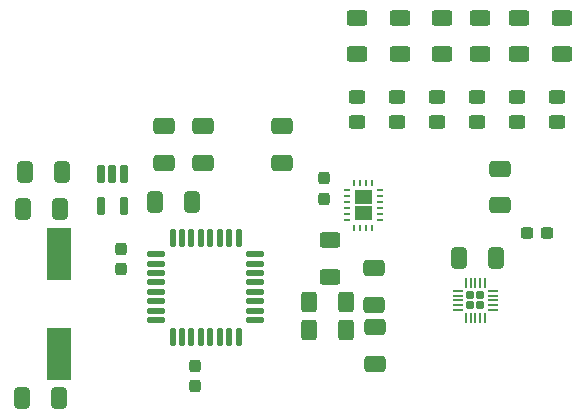
<source format=gbr>
%TF.GenerationSoftware,KiCad,Pcbnew,8.0.4*%
%TF.CreationDate,2024-12-03T19:18:34-08:00*%
%TF.ProjectId,USBC_UART_Dock_Prototype,55534243-5f55-4415-9254-5f446f636b5f,rev?*%
%TF.SameCoordinates,Original*%
%TF.FileFunction,Paste,Top*%
%TF.FilePolarity,Positive*%
%FSLAX46Y46*%
G04 Gerber Fmt 4.6, Leading zero omitted, Abs format (unit mm)*
G04 Created by KiCad (PCBNEW 8.0.4) date 2024-12-03 19:18:34*
%MOMM*%
%LPD*%
G01*
G04 APERTURE LIST*
G04 Aperture macros list*
%AMRoundRect*
0 Rectangle with rounded corners*
0 $1 Rounding radius*
0 $2 $3 $4 $5 $6 $7 $8 $9 X,Y pos of 4 corners*
0 Add a 4 corners polygon primitive as box body*
4,1,4,$2,$3,$4,$5,$6,$7,$8,$9,$2,$3,0*
0 Add four circle primitives for the rounded corners*
1,1,$1+$1,$2,$3*
1,1,$1+$1,$4,$5*
1,1,$1+$1,$6,$7*
1,1,$1+$1,$8,$9*
0 Add four rect primitives between the rounded corners*
20,1,$1+$1,$2,$3,$4,$5,0*
20,1,$1+$1,$4,$5,$6,$7,0*
20,1,$1+$1,$6,$7,$8,$9,0*
20,1,$1+$1,$8,$9,$2,$3,0*%
G04 Aperture macros list end*
%ADD10C,0.000000*%
%ADD11RoundRect,0.250000X-0.625000X0.400000X-0.625000X-0.400000X0.625000X-0.400000X0.625000X0.400000X0*%
%ADD12RoundRect,0.162500X-0.162500X0.617500X-0.162500X-0.617500X0.162500X-0.617500X0.162500X0.617500X0*%
%ADD13RoundRect,0.250000X-0.412500X-0.650000X0.412500X-0.650000X0.412500X0.650000X-0.412500X0.650000X0*%
%ADD14RoundRect,0.250000X0.650000X-0.412500X0.650000X0.412500X-0.650000X0.412500X-0.650000X-0.412500X0*%
%ADD15RoundRect,0.250000X-0.650000X0.412500X-0.650000X-0.412500X0.650000X-0.412500X0.650000X0.412500X0*%
%ADD16RoundRect,0.250000X0.412500X0.650000X-0.412500X0.650000X-0.412500X-0.650000X0.412500X-0.650000X0*%
%ADD17RoundRect,0.250000X0.450000X-0.325000X0.450000X0.325000X-0.450000X0.325000X-0.450000X-0.325000X0*%
%ADD18RoundRect,0.237500X-0.237500X0.300000X-0.237500X-0.300000X0.237500X-0.300000X0.237500X0.300000X0*%
%ADD19RoundRect,0.250000X-0.400000X-0.625000X0.400000X-0.625000X0.400000X0.625000X-0.400000X0.625000X0*%
%ADD20RoundRect,0.125000X-0.625000X-0.125000X0.625000X-0.125000X0.625000X0.125000X-0.625000X0.125000X0*%
%ADD21RoundRect,0.125000X-0.125000X-0.625000X0.125000X-0.625000X0.125000X0.625000X-0.125000X0.625000X0*%
%ADD22RoundRect,0.237500X0.237500X-0.300000X0.237500X0.300000X-0.237500X0.300000X-0.237500X-0.300000X0*%
%ADD23RoundRect,0.172500X0.172500X0.172500X-0.172500X0.172500X-0.172500X-0.172500X0.172500X-0.172500X0*%
%ADD24RoundRect,0.050000X0.362500X0.050000X-0.362500X0.050000X-0.362500X-0.050000X0.362500X-0.050000X0*%
%ADD25RoundRect,0.050000X0.050000X0.362500X-0.050000X0.362500X-0.050000X-0.362500X0.050000X-0.362500X0*%
%ADD26R,2.000000X4.500000*%
%ADD27RoundRect,0.237500X-0.300000X-0.237500X0.300000X-0.237500X0.300000X0.237500X-0.300000X0.237500X0*%
%ADD28RoundRect,0.250000X0.625000X-0.400000X0.625000X0.400000X-0.625000X0.400000X-0.625000X-0.400000X0*%
%ADD29O,0.599999X0.200000*%
%ADD30O,0.200000X0.599999*%
G04 APERTURE END LIST*
D10*
%TO.C,U2*%
G36*
X149484999Y-85537501D02*
G01*
X148014999Y-85537501D01*
X148014999Y-84387501D01*
X149484999Y-84387501D01*
X149484999Y-85537501D01*
G37*
G36*
X149484999Y-86887501D02*
G01*
X148014999Y-86887501D01*
X148014999Y-85737501D01*
X149484999Y-85737501D01*
X149484999Y-86887501D01*
G37*
%TD*%
D11*
%TO.C,R8*%
X161900000Y-69760000D03*
X161900000Y-72860000D03*
%TD*%
D12*
%TO.C,U5*%
X128450000Y-82987500D03*
X127500000Y-82987500D03*
X126550000Y-82987500D03*
X126550000Y-85687500D03*
X128450000Y-85687500D03*
%TD*%
D13*
%TO.C,C10*%
X156837500Y-90137500D03*
X159962500Y-90137500D03*
%TD*%
D14*
%TO.C,C8*%
X149700000Y-94087500D03*
X149700000Y-90962500D03*
%TD*%
D15*
%TO.C,C4*%
X135200000Y-78912500D03*
X135200000Y-82037500D03*
%TD*%
D16*
%TO.C,C1*%
X123062500Y-86000000D03*
X119937500Y-86000000D03*
%TD*%
D17*
%TO.C,D4*%
X158388000Y-78560000D03*
X158388000Y-76510000D03*
%TD*%
D15*
%TO.C,C9*%
X149750000Y-95987500D03*
X149750000Y-99112500D03*
%TD*%
D11*
%TO.C,R7*%
X158650000Y-69760000D03*
X158650000Y-72860000D03*
%TD*%
%TO.C,R5*%
X151850000Y-69760000D03*
X151850000Y-72860000D03*
%TD*%
%TO.C,R4*%
X148200000Y-69760000D03*
X148200000Y-72860000D03*
%TD*%
%TO.C,R6*%
X155400000Y-69760000D03*
X155400000Y-72860000D03*
%TD*%
D17*
%TO.C,D1*%
X148200000Y-78560000D03*
X148200000Y-76510000D03*
%TD*%
%TO.C,D5*%
X161784000Y-78560000D03*
X161784000Y-76510000D03*
%TD*%
D14*
%TO.C,C12*%
X160300000Y-85662500D03*
X160300000Y-82537500D03*
%TD*%
D16*
%TO.C,C16*%
X123275000Y-82837500D03*
X120150000Y-82837500D03*
%TD*%
D17*
%TO.C,D2*%
X151596000Y-78560000D03*
X151596000Y-76510000D03*
%TD*%
D18*
%TO.C,C13*%
X134500000Y-99237500D03*
X134500000Y-100962500D03*
%TD*%
D13*
%TO.C,C17*%
X131137500Y-85400000D03*
X134262500Y-85400000D03*
%TD*%
D11*
%TO.C,R9*%
X165550000Y-69760000D03*
X165550000Y-72860000D03*
%TD*%
D17*
%TO.C,D3*%
X154992000Y-78560000D03*
X154992000Y-76510000D03*
%TD*%
D15*
%TO.C,C5*%
X131850000Y-78912500D03*
X131850000Y-82037500D03*
%TD*%
D19*
%TO.C,R3*%
X144150000Y-93850000D03*
X147250000Y-93850000D03*
%TD*%
D20*
%TO.C,U1*%
X131225000Y-89787500D03*
X131225000Y-90587500D03*
X131225000Y-91387500D03*
X131225000Y-92187500D03*
X131225000Y-92987500D03*
X131225000Y-93787500D03*
X131225000Y-94587500D03*
X131225000Y-95387500D03*
D21*
X132600000Y-96762500D03*
X133400000Y-96762500D03*
X134200000Y-96762500D03*
X135000000Y-96762500D03*
X135800000Y-96762500D03*
X136600000Y-96762500D03*
X137400000Y-96762500D03*
X138200000Y-96762500D03*
D20*
X139575000Y-95387500D03*
X139575000Y-94587500D03*
X139575000Y-93787500D03*
X139575000Y-92987500D03*
X139575000Y-92187500D03*
X139575000Y-91387500D03*
X139575000Y-90587500D03*
X139575000Y-89787500D03*
D21*
X138200000Y-88412500D03*
X137400000Y-88412500D03*
X136600000Y-88412500D03*
X135800000Y-88412500D03*
X135000000Y-88412500D03*
X134200000Y-88412500D03*
X133400000Y-88412500D03*
X132600000Y-88412500D03*
%TD*%
D22*
%TO.C,C7*%
X145450000Y-85100000D03*
X145450000Y-83375000D03*
%TD*%
D16*
%TO.C,C3*%
X122962500Y-102000000D03*
X119837500Y-102000000D03*
%TD*%
D19*
%TO.C,R2*%
X144150000Y-96200000D03*
X147250000Y-96200000D03*
%TD*%
D23*
%TO.C,U3*%
X158675000Y-94125000D03*
X158675000Y-93275000D03*
X157825000Y-94125000D03*
X157825000Y-93275000D03*
D24*
X159712500Y-94500000D03*
X159712500Y-94100000D03*
X159712500Y-93700000D03*
X159712500Y-93300000D03*
X159712500Y-92900000D03*
D25*
X159050000Y-92237500D03*
X158650000Y-92237500D03*
X158250000Y-92237500D03*
X157850000Y-92237500D03*
X157450000Y-92237500D03*
D24*
X156787500Y-92900000D03*
X156787500Y-93300000D03*
X156787500Y-93700000D03*
X156787500Y-94100000D03*
X156787500Y-94500000D03*
D25*
X157450000Y-95162500D03*
X157850000Y-95162500D03*
X158250000Y-95162500D03*
X158650000Y-95162500D03*
X159050000Y-95162500D03*
%TD*%
D26*
%TO.C,Y1*%
X123000000Y-89750000D03*
X123000000Y-98250000D03*
%TD*%
D27*
%TO.C,C11*%
X162587500Y-88037500D03*
X164312500Y-88037500D03*
%TD*%
D17*
%TO.C,D6*%
X165180000Y-78560000D03*
X165180000Y-76510000D03*
%TD*%
D15*
%TO.C,C2*%
X141900000Y-78912500D03*
X141900000Y-82037500D03*
%TD*%
D28*
%TO.C,R1*%
X145900000Y-91687500D03*
X145900000Y-88587500D03*
%TD*%
D22*
%TO.C,C6*%
X128200000Y-91050000D03*
X128200000Y-89325000D03*
%TD*%
D29*
%TO.C,U2*%
X147349999Y-84387501D03*
X147349999Y-84887500D03*
X147349999Y-85387501D03*
X147349999Y-85887501D03*
X147349999Y-86387502D03*
X147349999Y-86887501D03*
D30*
X147999998Y-87537500D03*
X148499999Y-87537500D03*
X148999999Y-87537500D03*
X149500000Y-87537500D03*
D29*
X150149999Y-86887501D03*
X150149999Y-86387502D03*
X150149999Y-85887501D03*
X150149999Y-85387501D03*
X150149999Y-84887500D03*
X150149999Y-84387501D03*
D30*
X149500000Y-83737502D03*
X148999999Y-83737502D03*
X148499999Y-83737502D03*
X147999998Y-83737502D03*
%TD*%
M02*

</source>
